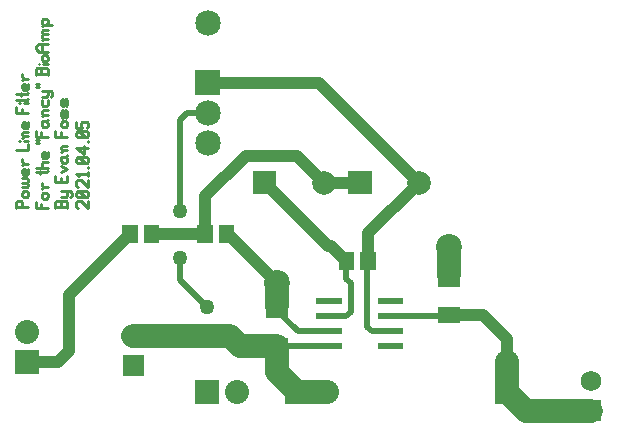
<source format=gtl>
G04 start of page 2 for group 3 layer_idx 0 *
G04 Title: (unknown), top_copper *
G04 Creator: pcb-rnd 2.3.0 *
G04 CreationDate: 2021-04-05 19:42:04 UTC *
G04 For:  *
G04 Format: Gerber/RS-274X *
G04 PCB-Dimensions: 500000 500000 *
G04 PCB-Coordinate-Origin: lower left *
%MOIN*%
%FSLAX25Y25*%
%LNTOP_COPPER_NONE_3*%
%ADD24C,0.0430*%
%ADD23C,0.0295*%
%ADD22C,0.0276*%
%ADD21C,0.0394*%
%ADD20C,0.0850*%
%ADD19C,0.0787*%
%ADD18C,0.0866*%
%ADD17C,0.0689*%
%ADD16C,0.0001*%
%ADD15C,0.0500*%
%ADD14C,0.0100*%
%ADD13C,0.0400*%
%ADD12C,0.0800*%
%ADD11C,0.0200*%
G54D11*X282500Y280000D02*X281000Y281500D01*
Y287143D01*
X281157Y287300D01*
G54D12*X315200Y292200D02*Y282800D01*
G54D11*X273000Y269000D02*X281000D01*
X282500Y270500D01*
Y280000D01*
G54D12*X258000Y257500D02*Y250450D01*
X264600Y243850D01*
G54D11*X273000Y259000D02*X258500D01*
X258000Y259500D01*
X298000Y264000D02*X289500D01*
X288000Y265500D01*
G54D12*X274600Y243850D02*X264600D01*
G54D11*X273000Y264000D02*X264810D01*
X258000Y270810D01*
G54D12*Y272500D02*Y280000D01*
G54D11*X234450Y244000D02*X234600Y243850D01*
X225500Y281000D02*X234500Y272000D01*
X288000Y265500D02*Y287057D01*
G54D13*X253815Y313500D02*X254000D01*
X241500Y296500D02*X258000Y280000D01*
G54D11*X225500Y288500D02*Y281000D01*
G54D13*X188500Y276043D02*X208957Y296500D01*
X254000Y313500D02*X275000Y292500D01*
X276000D01*
X281000Y287500D01*
G54D11*X288000Y287057D02*X288243Y287300D01*
G54D13*Y296558D01*
X305185Y313500D01*
X234850Y346850D02*X271835D01*
G54D11*X234850Y336850D02*X227850D01*
X225500Y334500D01*
G54D13*X271835Y346850D02*X305185Y313500D01*
X273500D02*X285500D01*
X273500D02*X264500Y322500D01*
X247500D01*
G54D11*X225500Y334500D02*Y304000D01*
G54D13*X216043Y296500D02*X233957D01*
X241043D02*X241500D01*
X234000D02*Y309000D01*
X247500Y322500D01*
G54D12*X210000Y262343D02*X242157D01*
G54D13*X174600Y253850D02*X184850D01*
X188500Y257500D01*
Y276043D01*
G54D11*X298000Y269000D02*X314805D01*
G54D12*X242157Y262343D02*X245500Y259000D01*
X258000D01*
G54D11*X314805Y269000D02*X315200Y269395D01*
G54D12*X334600Y253850D02*Y243850D01*
G54D13*X315200Y269395D02*X326605D01*
X334500Y261500D01*
Y253600D01*
X334600Y253500D01*
G54D12*Y243850D02*X334650D01*
X341000Y237500D01*
X362500D01*
G54D14*X171000Y305500D02*X175000D01*
X171000Y305000D02*Y307000D01*
X171500Y307500D01*
X172500D01*
X173000Y307000D02*X172500Y307500D01*
X173000Y305500D02*Y307000D01*
X173500Y308700D02*X174500D01*
X173500D02*X173000Y309200D01*
Y310200D01*
X173500Y310700D01*
X174500D01*
X175000Y310200D02*X174500Y310700D01*
X175000Y309200D02*Y310200D01*
X174500Y308700D02*X175000Y309200D01*
X173000Y311900D02*X174500D01*
X175000Y312400D01*
Y312900D01*
X174500Y313400D01*
X173000D02*X174500D01*
X175000Y313900D01*
Y314400D01*
X174500Y314900D01*
X173000D02*X174500D01*
X175000Y316600D02*Y318100D01*
X174500Y316100D02*X175000Y316600D01*
X173500Y316100D02*X174500D01*
X173500D02*X173000Y316600D01*
Y317600D01*
X173500Y318100D01*
X174000Y316100D02*Y318100D01*
X173500D01*
Y319800D02*X175000D01*
X173500D02*X173000Y320300D01*
Y321300D01*
Y319300D02*X173500Y319800D01*
X171000Y324300D02*X175000D01*
Y326300D01*
X172000Y327500D02*X172100D01*
X173500D02*X175000D01*
X173500Y329000D02*X175000D01*
X173500D02*X173000Y329500D01*
Y330000D01*
X173500Y330500D01*
X175000D01*
X173000Y328500D02*X173500Y329000D01*
X175000Y332200D02*Y333700D01*
X174500Y331700D02*X175000Y332200D01*
X173500Y331700D02*X174500D01*
X173500D02*X173000Y332200D01*
Y333200D01*
X173500Y333700D01*
X174000Y331700D02*Y333700D01*
X173500D01*
X171000Y336700D02*X175000D01*
X171000D02*Y338700D01*
X172800Y336700D02*Y338200D01*
X172000Y339900D02*X172100D01*
X173500D02*X175000D01*
X171000Y340900D02*X174500D01*
X175000Y341400D01*
X171000Y342900D02*X174500D01*
X175000Y343400D01*
X172500Y342400D02*Y343400D01*
X175000Y344900D02*Y346400D01*
X174500Y344400D02*X175000Y344900D01*
X173500Y344400D02*X174500D01*
X173500D02*X173000Y344900D01*
Y345900D01*
X173500Y346400D01*
X174000Y344400D02*Y346400D01*
X173500D01*
Y348100D02*X175000D01*
X173500D02*X173000Y348600D01*
Y349600D01*
Y347600D02*X173500Y348100D01*
X177500Y305000D02*X181500D01*
X177500D02*Y307000D01*
X179300Y305000D02*Y306500D01*
X180000Y308200D02*X181000D01*
X180000D02*X179500Y308700D01*
Y309700D01*
X180000Y310200D01*
X181000D01*
X181500Y309700D02*X181000Y310200D01*
X181500Y308700D02*Y309700D01*
X181000Y308200D02*X181500Y308700D01*
X180000Y311900D02*X181500D01*
X180000D02*X179500Y312400D01*
Y313400D01*
Y311400D02*X180000Y311900D01*
X177500Y316900D02*X181000D01*
X181500Y317400D01*
X179000Y316400D02*Y317400D01*
X177500Y318400D02*X181500D01*
X180000D02*X179500Y318900D01*
Y319900D01*
X180000Y320400D01*
X181500D01*
Y322100D02*Y323600D01*
X181000Y321600D02*X181500Y322100D01*
X180000Y321600D02*X181000D01*
X180000D02*X179500Y322100D01*
Y323100D01*
X180000Y323600D01*
X180500Y321600D02*Y323600D01*
X180000D01*
X177500Y326600D02*X178500D01*
X177500Y327600D02*X178500D01*
X177500Y328800D02*X181500D01*
X177500D02*Y330800D01*
X179300Y328800D02*Y330300D01*
X179500Y333500D02*X180000Y334000D01*
X179500Y332500D02*Y333500D01*
X180000Y332000D02*X179500Y332500D01*
X180000Y332000D02*X181000D01*
X181500Y332500D01*
X179500Y334000D02*X181000D01*
X181500Y334500D01*
Y332500D02*Y333500D01*
X181000Y334000D01*
X180000Y336200D02*X181500D01*
X180000D02*X179500Y336700D01*
Y337200D01*
X180000Y337700D01*
X181500D01*
X179500Y335700D02*X180000Y336200D01*
X179500Y339400D02*Y340900D01*
X180000Y338900D02*X179500Y339400D01*
X180000Y338900D02*X181000D01*
X181500Y339400D01*
Y340900D01*
X179500Y342100D02*X181000D01*
X181500Y342600D01*
X179500Y344100D02*X182500D01*
X183000Y343600D02*X182500Y344100D01*
X183000Y342600D02*Y343600D01*
X182500Y342100D02*X183000Y342600D01*
X181500D02*Y343600D01*
X181000Y344100D01*
X177500Y345300D02*X178500D01*
X177500Y346300D02*X178500D01*
X181500Y349300D02*Y351300D01*
X181000Y351800D01*
X179800D02*X181000D01*
X179300Y351300D02*X179800Y351800D01*
X179300Y349800D02*Y351300D01*
X177500Y349800D02*X181500D01*
X177500Y349300D02*Y351300D01*
X178000Y351800D01*
X178800D01*
X179300Y351300D02*X178800Y351800D01*
X178500Y353000D02*X178600D01*
X180000D02*X181500D01*
X180000Y354000D02*X181000D01*
X180000D02*X179500Y354500D01*
Y355500D01*
X180000Y356000D01*
X181000D01*
X181500Y355500D02*X181000Y356000D01*
X181500Y354500D02*Y355500D01*
X181000Y354000D02*X181500Y354500D01*
X178500Y357200D02*X181500D01*
X178500D02*X177500Y357900D01*
Y359000D01*
X178500Y359700D01*
X181500D01*
X179500Y357200D02*Y359700D01*
X180000Y361400D02*X181500D01*
X180000D02*X179500Y361900D01*
Y362400D01*
X180000Y362900D01*
X181500D01*
X180000D02*X179500Y363400D01*
Y363900D01*
X180000Y364400D01*
X181500D01*
X179500Y360900D02*X180000Y361400D01*
Y366100D02*X183000D01*
X179500Y365600D02*X180000Y366100D01*
X179500Y366600D01*
Y367600D01*
X180000Y368100D01*
X181000D01*
X181500Y367600D02*X181000Y368100D01*
X181500Y366600D02*Y367600D01*
X181000Y366100D02*X181500Y366600D01*
X191500Y305000D02*X191000Y305500D01*
Y307000D01*
X191500Y307500D01*
X192500D01*
X195000Y305000D02*X192500Y307500D01*
X195000Y305000D02*Y307500D01*
X194500Y308700D02*X195000Y309200D01*
X191500Y308700D02*X194500D01*
X191500D02*X191000Y309200D01*
Y310200D01*
X191500Y310700D01*
X194500D01*
X195000Y310200D02*X194500Y310700D01*
X195000Y309200D02*Y310200D01*
X194000Y308700D02*X192000Y310700D01*
X191500Y311900D02*X191000Y312400D01*
Y313900D01*
X191500Y314400D01*
X192500D01*
X195000Y311900D02*X192500Y314400D01*
X195000Y311900D02*Y314400D01*
X191800Y315600D02*X191000Y316400D01*
X195000D01*
Y315600D02*Y317100D01*
Y318300D02*Y318800D01*
X194500Y320000D02*X195000Y320500D01*
X191500Y320000D02*X194500D01*
X191500D02*X191000Y320500D01*
Y321500D01*
X191500Y322000D01*
X194500D01*
X195000Y321500D02*X194500Y322000D01*
X195000Y320500D02*Y321500D01*
X194000Y320000D02*X192000Y322000D01*
X193500Y323200D02*X191000Y325200D01*
X193500Y323200D02*Y325700D01*
X191000Y325200D02*X195000D01*
Y326900D02*Y327400D01*
X194500Y328600D02*X195000Y329100D01*
X191500Y328600D02*X194500D01*
X191500D02*X191000Y329100D01*
Y330100D01*
X191500Y330600D01*
X194500D01*
X195000Y330100D02*X194500Y330600D01*
X195000Y329100D02*Y330100D01*
X194000Y328600D02*X192000Y330600D01*
X191000Y331800D02*Y333800D01*
Y331800D02*X193000D01*
X192500Y332300D01*
Y333300D01*
X193000Y333800D01*
X194500D01*
X195000Y333300D02*X194500Y333800D01*
X195000Y332300D02*Y333300D01*
X194500Y331800D02*X195000Y332300D01*
X188000Y305000D02*Y307000D01*
X187500Y307500D01*
X186300D02*X187500D01*
X185800Y307000D02*X186300Y307500D01*
X185800Y305500D02*Y307000D01*
X184000Y305500D02*X188000D01*
X184000Y305000D02*Y307000D01*
X184500Y307500D01*
X185300D01*
X185800Y307000D02*X185300Y307500D01*
X186000Y308700D02*X187500D01*
X188000Y309200D01*
X186000Y310700D02*X189000D01*
X189500Y310200D02*X189000Y310700D01*
X189500Y309200D02*Y310200D01*
X189000Y308700D02*X189500Y309200D01*
X188000D02*Y310200D01*
X187500Y310700D01*
X185800Y313700D02*Y315200D01*
X188000Y313700D02*Y315700D01*
X184000Y313700D02*X188000D01*
X184000D02*Y315700D01*
X186000Y316900D02*X188000Y317900D01*
X186000Y318900D02*X188000Y317900D01*
X186000Y321600D02*X186500Y322100D01*
X186000Y320600D02*Y321600D01*
X186500Y320100D02*X186000Y320600D01*
X186500Y320100D02*X187500D01*
X188000Y320600D01*
X186000Y322100D02*X187500D01*
X188000Y322600D01*
Y320600D02*Y321600D01*
X187500Y322100D01*
X186500Y324300D02*X188000D01*
X186500D02*X186000Y324800D01*
Y325300D01*
X186500Y325800D01*
X188000D01*
X186000Y323800D02*X186500Y324300D01*
X184000Y328800D02*X188000D01*
X184000D02*Y330800D01*
X185800Y328800D02*Y330300D01*
X186500Y332000D02*X187500D01*
X186500D02*X186000Y332500D01*
Y333500D01*
X186500Y334000D01*
X187500D01*
X188000Y333500D02*X187500Y334000D01*
X188000Y332500D02*Y333500D01*
X187500Y332000D02*X188000Y332500D01*
Y335700D02*Y337200D01*
X187500Y337700D01*
X187000Y337200D02*X187500Y337700D01*
X187000Y335700D02*Y337200D01*
X186500Y335200D02*X187000Y335700D01*
X186500Y335200D02*X186000Y335700D01*
Y337200D01*
X186500Y337700D01*
X187500Y335200D02*X188000Y335700D01*
Y339400D02*Y340900D01*
X187500Y341400D01*
X187000Y340900D02*X187500Y341400D01*
X187000Y339400D02*Y340900D01*
X186500Y338900D02*X187000Y339400D01*
X186500Y338900D02*X186000Y339400D01*
Y340900D01*
X186500Y341400D01*
X187500Y338900D02*X188000Y339400D01*
G54D15*X225500Y288500D03*
G54D16*G36*
X170600Y249850D02*Y257850D01*
X178600D01*
Y249850D01*
X170600D01*
G37*
G54D12*X174600Y263850D03*
G54D15*X225500Y304000D03*
G54D16*G36*
X211516Y299452D02*X206398D01*
Y293548D01*
X211516D01*
Y299452D01*
G37*
G36*
X218602D02*X213484D01*
Y293548D01*
X218602D01*
Y299452D01*
G37*
G36*
X236516D02*X231398D01*
Y293548D01*
X236516D01*
Y299452D01*
G37*
G54D15*X234500Y272000D03*
G54D16*G36*
X206555Y249055D02*Y255945D01*
X213445D01*
Y249055D01*
X206555D01*
G37*
G54D17*X210000Y262343D03*
G54D16*G36*
X243602Y299452D02*X238484D01*
Y293548D01*
X243602D01*
Y299452D01*
G37*
G54D18*X258000Y280000D03*
G54D16*G36*
X283716Y290252D02*X278598D01*
Y284348D01*
X283716D01*
Y290252D01*
G37*
G36*
X271000Y275000D02*X279500D01*
Y273000D01*
X271000D01*
Y275000D01*
G37*
G54D18*X315200Y292200D03*
G54D16*G36*
X290802Y290252D02*X285684D01*
Y284348D01*
X290802D01*
Y290252D01*
G37*
G36*
X300000Y273000D02*X291500D01*
Y275000D01*
X300000D01*
Y273000D01*
G37*
G36*
Y268000D02*X291500D01*
Y270000D01*
X300000D01*
Y268000D01*
G37*
G36*
X311460Y283764D02*Y278646D01*
X318940D01*
Y283764D01*
X311460D01*
G37*
G36*
X300000Y263000D02*X291500D01*
Y265000D01*
X300000D01*
Y263000D01*
G37*
G36*
X311460Y271954D02*Y266836D01*
X318940D01*
Y271954D01*
X311460D01*
G37*
G54D19*X305185Y313500D03*
G54D16*G36*
X281563Y317437D02*Y309563D01*
X289437D01*
Y317437D01*
X281563D01*
G37*
G54D19*X273500Y313500D03*
G54D16*G36*
X249878Y317437D02*Y309563D01*
X257752D01*
Y317437D01*
X249878D01*
G37*
G36*
X230600Y247850D02*X238600D01*
Y239850D01*
X230600D01*
Y247850D01*
G37*
G54D20*X234850Y326850D03*
Y336850D03*
G54D16*G36*
X239000Y342700D02*Y351000D01*
X230700D01*
Y342700D01*
X239000D01*
G37*
G54D20*X234850Y366850D03*
G54D12*X244600Y243850D03*
G54D16*G36*
X260600Y247850D02*X268600D01*
Y239850D01*
X260600D01*
Y247850D01*
G37*
G36*
X254260Y261559D02*Y256441D01*
X261740D01*
Y261559D01*
X254260D01*
G37*
G36*
Y273369D02*Y268251D01*
X261740D01*
Y273369D01*
X254260D01*
G37*
G36*
X271000Y270000D02*X279500D01*
Y268000D01*
X271000D01*
Y270000D01*
G37*
G36*
Y265000D02*X279500D01*
Y263000D01*
X271000D01*
Y265000D01*
G37*
G36*
Y260000D02*X279500D01*
Y258000D01*
X271000D01*
Y260000D01*
G37*
G54D12*X274600Y243850D03*
G54D16*G36*
X330600Y239850D02*Y247850D01*
X338600D01*
Y239850D01*
X330600D01*
G37*
G54D12*X334600Y253850D03*
G54D16*G36*
X300000Y258000D02*X291500D01*
Y260000D01*
X300000D01*
Y258000D01*
G37*
G36*
X359055Y234055D02*Y240945D01*
X365945D01*
Y234055D01*
X359055D01*
G37*
G54D17*X362500Y247343D03*
G54D11*G54D21*G54D11*G54D22*G54D21*G54D23*G54D21*G54D24*G54D21*G54D22*M02*

</source>
